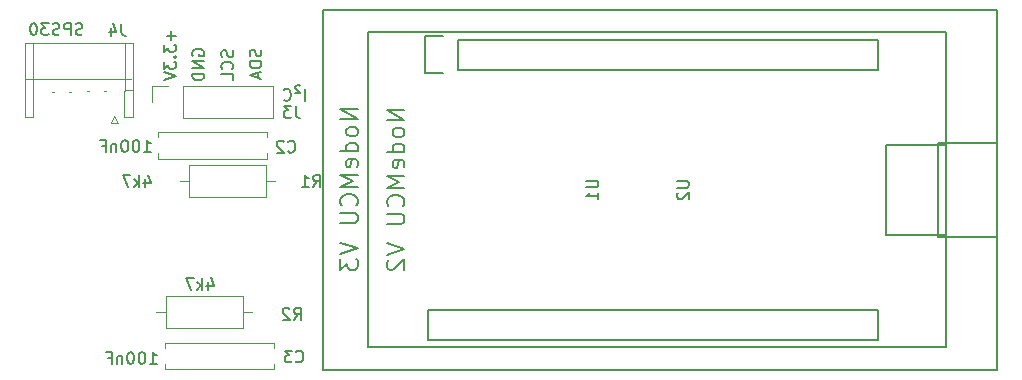
<source format=gbr>
G04 #@! TF.GenerationSoftware,KiCad,Pcbnew,(5.1.5)-3*
G04 #@! TF.CreationDate,2020-12-19T15:02:51+01:00*
G04 #@! TF.ProjectId,DNMS,444e4d53-2e6b-4696-9361-645f70636258,0.9.0*
G04 #@! TF.SameCoordinates,Original*
G04 #@! TF.FileFunction,Legend,Bot*
G04 #@! TF.FilePolarity,Positive*
%FSLAX46Y46*%
G04 Gerber Fmt 4.6, Leading zero omitted, Abs format (unit mm)*
G04 Created by KiCad (PCBNEW (5.1.5)-3) date 2020-12-19 15:02:51*
%MOMM*%
%LPD*%
G04 APERTURE LIST*
%ADD10C,0.150000*%
%ADD11C,0.200000*%
%ADD12C,0.120000*%
G04 APERTURE END LIST*
D10*
X137413572Y-66195200D02*
X137413572Y-65195200D01*
X136985000Y-64957105D02*
X136889762Y-64909486D01*
X136746905Y-64909486D01*
X136651667Y-64957105D01*
X136604048Y-65052343D01*
X136604048Y-65147581D01*
X136651667Y-65242820D01*
X136985000Y-65576153D01*
X136604048Y-65576153D01*
X135604048Y-66099962D02*
X135651667Y-66147581D01*
X135794524Y-66195200D01*
X135889762Y-66195200D01*
X136032620Y-66147581D01*
X136127858Y-66052343D01*
X136175477Y-65957105D01*
X136223096Y-65766629D01*
X136223096Y-65623772D01*
X136175477Y-65433296D01*
X136127858Y-65338058D01*
X136032620Y-65242820D01*
X135889762Y-65195200D01*
X135794524Y-65195200D01*
X135651667Y-65242820D01*
X135604048Y-65290439D01*
X133668401Y-61869154D02*
X133716020Y-62012011D01*
X133716020Y-62250106D01*
X133668401Y-62345344D01*
X133620782Y-62392963D01*
X133525544Y-62440582D01*
X133430306Y-62440582D01*
X133335068Y-62392963D01*
X133287449Y-62345344D01*
X133239830Y-62250106D01*
X133192211Y-62059630D01*
X133144592Y-61964392D01*
X133096973Y-61916773D01*
X133001735Y-61869154D01*
X132906497Y-61869154D01*
X132811259Y-61916773D01*
X132763640Y-61964392D01*
X132716020Y-62059630D01*
X132716020Y-62297725D01*
X132763640Y-62440582D01*
X133716020Y-62869154D02*
X132716020Y-62869154D01*
X132716020Y-63107249D01*
X132763640Y-63250106D01*
X132858878Y-63345344D01*
X132954116Y-63392963D01*
X133144592Y-63440582D01*
X133287449Y-63440582D01*
X133477925Y-63392963D01*
X133573163Y-63345344D01*
X133668401Y-63250106D01*
X133716020Y-63107249D01*
X133716020Y-62869154D01*
X133430306Y-63821535D02*
X133430306Y-64297725D01*
X133716020Y-63726297D02*
X132716020Y-64059630D01*
X133716020Y-64392963D01*
X131273181Y-61933603D02*
X131320800Y-62076460D01*
X131320800Y-62314556D01*
X131273181Y-62409794D01*
X131225562Y-62457413D01*
X131130324Y-62505032D01*
X131035086Y-62505032D01*
X130939848Y-62457413D01*
X130892229Y-62409794D01*
X130844610Y-62314556D01*
X130796991Y-62124080D01*
X130749372Y-62028841D01*
X130701753Y-61981222D01*
X130606515Y-61933603D01*
X130511277Y-61933603D01*
X130416039Y-61981222D01*
X130368420Y-62028841D01*
X130320800Y-62124080D01*
X130320800Y-62362175D01*
X130368420Y-62505032D01*
X131225562Y-63505032D02*
X131273181Y-63457413D01*
X131320800Y-63314556D01*
X131320800Y-63219318D01*
X131273181Y-63076460D01*
X131177943Y-62981222D01*
X131082705Y-62933603D01*
X130892229Y-62885984D01*
X130749372Y-62885984D01*
X130558896Y-62933603D01*
X130463658Y-62981222D01*
X130368420Y-63076460D01*
X130320800Y-63219318D01*
X130320800Y-63314556D01*
X130368420Y-63457413D01*
X130416039Y-63505032D01*
X131320800Y-64409794D02*
X131320800Y-63933603D01*
X130320800Y-63933603D01*
X127912240Y-62382495D02*
X127864620Y-62287257D01*
X127864620Y-62144400D01*
X127912240Y-62001542D01*
X128007478Y-61906304D01*
X128102716Y-61858685D01*
X128293192Y-61811066D01*
X128436049Y-61811066D01*
X128626525Y-61858685D01*
X128721763Y-61906304D01*
X128817001Y-62001542D01*
X128864620Y-62144400D01*
X128864620Y-62239638D01*
X128817001Y-62382495D01*
X128769382Y-62430114D01*
X128436049Y-62430114D01*
X128436049Y-62239638D01*
X128864620Y-62858685D02*
X127864620Y-62858685D01*
X128864620Y-63430114D01*
X127864620Y-63430114D01*
X128864620Y-63906304D02*
X127864620Y-63906304D01*
X127864620Y-64144400D01*
X127912240Y-64287257D01*
X128007478Y-64382495D01*
X128102716Y-64430114D01*
X128293192Y-64477733D01*
X128436049Y-64477733D01*
X128626525Y-64430114D01*
X128721763Y-64382495D01*
X128817001Y-64287257D01*
X128864620Y-64144400D01*
X128864620Y-63906304D01*
X126068128Y-60311280D02*
X126068128Y-61073184D01*
X126449080Y-60692232D02*
X125687176Y-60692232D01*
X125449080Y-61454137D02*
X125449080Y-62073184D01*
X125830033Y-61739851D01*
X125830033Y-61882708D01*
X125877652Y-61977946D01*
X125925271Y-62025565D01*
X126020509Y-62073184D01*
X126258604Y-62073184D01*
X126353842Y-62025565D01*
X126401461Y-61977946D01*
X126449080Y-61882708D01*
X126449080Y-61596994D01*
X126401461Y-61501756D01*
X126353842Y-61454137D01*
X126353842Y-62501756D02*
X126401461Y-62549375D01*
X126449080Y-62501756D01*
X126401461Y-62454137D01*
X126353842Y-62501756D01*
X126449080Y-62501756D01*
X125449080Y-62882708D02*
X125449080Y-63501756D01*
X125830033Y-63168422D01*
X125830033Y-63311280D01*
X125877652Y-63406518D01*
X125925271Y-63454137D01*
X126020509Y-63501756D01*
X126258604Y-63501756D01*
X126353842Y-63454137D01*
X126401461Y-63406518D01*
X126449080Y-63311280D01*
X126449080Y-63025565D01*
X126401461Y-62930327D01*
X126353842Y-62882708D01*
X125449080Y-63787470D02*
X126449080Y-64120803D01*
X125449080Y-64454137D01*
D11*
X118561525Y-60577361D02*
X118418668Y-60624980D01*
X118180573Y-60624980D01*
X118085335Y-60577361D01*
X118037716Y-60529742D01*
X117990097Y-60434504D01*
X117990097Y-60339266D01*
X118037716Y-60244028D01*
X118085335Y-60196409D01*
X118180573Y-60148790D01*
X118371049Y-60101171D01*
X118466287Y-60053552D01*
X118513906Y-60005933D01*
X118561525Y-59910695D01*
X118561525Y-59815457D01*
X118513906Y-59720219D01*
X118466287Y-59672600D01*
X118371049Y-59624980D01*
X118132954Y-59624980D01*
X117990097Y-59672600D01*
X117561525Y-60624980D02*
X117561525Y-59624980D01*
X117180573Y-59624980D01*
X117085335Y-59672600D01*
X117037716Y-59720219D01*
X116990097Y-59815457D01*
X116990097Y-59958314D01*
X117037716Y-60053552D01*
X117085335Y-60101171D01*
X117180573Y-60148790D01*
X117561525Y-60148790D01*
X116609144Y-60577361D02*
X116466287Y-60624980D01*
X116228192Y-60624980D01*
X116132954Y-60577361D01*
X116085335Y-60529742D01*
X116037716Y-60434504D01*
X116037716Y-60339266D01*
X116085335Y-60244028D01*
X116132954Y-60196409D01*
X116228192Y-60148790D01*
X116418668Y-60101171D01*
X116513906Y-60053552D01*
X116561525Y-60005933D01*
X116609144Y-59910695D01*
X116609144Y-59815457D01*
X116561525Y-59720219D01*
X116513906Y-59672600D01*
X116418668Y-59624980D01*
X116180573Y-59624980D01*
X116037716Y-59672600D01*
X115704382Y-59624980D02*
X115085335Y-59624980D01*
X115418668Y-60005933D01*
X115275811Y-60005933D01*
X115180573Y-60053552D01*
X115132954Y-60101171D01*
X115085335Y-60196409D01*
X115085335Y-60434504D01*
X115132954Y-60529742D01*
X115180573Y-60577361D01*
X115275811Y-60624980D01*
X115561525Y-60624980D01*
X115656763Y-60577361D01*
X115704382Y-60529742D01*
X114466287Y-59624980D02*
X114371049Y-59624980D01*
X114275811Y-59672600D01*
X114228192Y-59720219D01*
X114180573Y-59815457D01*
X114132954Y-60005933D01*
X114132954Y-60244028D01*
X114180573Y-60434504D01*
X114228192Y-60529742D01*
X114275811Y-60577361D01*
X114371049Y-60624980D01*
X114466287Y-60624980D01*
X114561525Y-60577361D01*
X114609144Y-60529742D01*
X114656763Y-60434504D01*
X114704382Y-60244028D01*
X114704382Y-60005933D01*
X114656763Y-59815457D01*
X114609144Y-59720219D01*
X114561525Y-59672600D01*
X114466287Y-59624980D01*
D10*
X191033720Y-69743980D02*
X195973720Y-69753980D01*
X190993720Y-77753980D02*
X195943720Y-77753980D01*
X190993720Y-69753980D02*
X190993720Y-77753980D01*
X195963720Y-89003980D02*
X138963720Y-89003980D01*
X195963720Y-58503980D02*
X195963720Y-89003980D01*
X138963720Y-58503980D02*
X195963720Y-58503980D01*
X138963720Y-59003980D02*
X138963720Y-58503980D01*
X138963720Y-89003980D02*
X138963720Y-59003980D01*
X185938160Y-86433660D02*
X147838160Y-86433660D01*
X147838160Y-86433660D02*
X147838160Y-83893660D01*
X147838160Y-83893660D02*
X185938160Y-83893660D01*
X185938160Y-83893660D02*
X185938160Y-86433660D01*
X147558160Y-60753660D02*
X147558160Y-63853660D01*
X149108160Y-60753660D02*
X147558160Y-60753660D01*
X150378160Y-63573660D02*
X150378160Y-61033660D01*
X147558160Y-63853660D02*
X149108160Y-63853660D01*
X185938160Y-63573660D02*
X150378160Y-63573660D01*
X185938160Y-61033660D02*
X185938160Y-63573660D01*
X150378160Y-61033660D02*
X185938160Y-61033660D01*
X142758160Y-60398660D02*
X142758160Y-87068660D01*
X142758160Y-87068660D02*
X191653160Y-87068660D01*
X191653160Y-87068660D02*
X191653160Y-60398660D01*
X191653160Y-60398660D02*
X142758160Y-60398660D01*
X191653160Y-69923660D02*
X186573160Y-69923660D01*
X186573160Y-69923660D02*
X186573160Y-77543660D01*
X186573160Y-77543660D02*
X191653160Y-77543660D01*
D12*
X125528020Y-88943800D02*
X134768020Y-88943800D01*
X125528020Y-86703800D02*
X134768020Y-86703800D01*
X125528020Y-88943800D02*
X125528020Y-88488800D01*
X125528020Y-87158800D02*
X125528020Y-86703800D01*
X134768020Y-88943800D02*
X134768020Y-88488800D01*
X134768020Y-87158800D02*
X134768020Y-86703800D01*
X124935440Y-71096380D02*
X134175440Y-71096380D01*
X124935440Y-68856380D02*
X134175440Y-68856380D01*
X124935440Y-71096380D02*
X124935440Y-70641380D01*
X124935440Y-69311380D02*
X124935440Y-68856380D01*
X134175440Y-71096380D02*
X134175440Y-70641380D01*
X134175440Y-69311380D02*
X134175440Y-68856380D01*
X120976880Y-68090480D02*
X121276880Y-67490480D01*
X121576880Y-68090480D02*
X120976880Y-68090480D01*
X121276880Y-67490480D02*
X121576880Y-68090480D01*
X116126880Y-65450480D02*
X115966880Y-65450480D01*
X113776880Y-64400480D02*
X114096880Y-64400480D01*
X117616880Y-65430480D02*
X117456880Y-65430480D01*
X115956880Y-64400480D02*
X116276880Y-64400480D01*
X116276880Y-64400480D02*
X116596880Y-64400480D01*
X119096880Y-65410480D02*
X118936880Y-65410480D01*
X118456880Y-64400480D02*
X118776880Y-64400480D01*
X118776880Y-64400480D02*
X119096880Y-64400480D01*
X120576880Y-65410480D02*
X120396880Y-65410480D01*
X120956880Y-64400480D02*
X121276880Y-64400480D01*
X121276880Y-64400480D02*
X121596880Y-64400480D01*
X122666880Y-64400480D02*
X113716880Y-64400480D01*
X114366880Y-61300480D02*
X114376880Y-65370480D01*
X122166880Y-65320480D02*
X122806880Y-65320480D01*
X122136880Y-61320480D02*
X122136880Y-65390480D01*
X114376880Y-67530480D02*
X114376880Y-65330480D01*
X113726880Y-67570480D02*
X114376880Y-67570480D01*
X113716880Y-61300480D02*
X113706880Y-67570480D01*
X122836880Y-61300480D02*
X113716880Y-61300480D01*
X122826880Y-67590480D02*
X122826880Y-61300480D01*
X122116880Y-67600480D02*
X122826880Y-67600480D01*
X122116880Y-65350480D02*
X122116880Y-67550480D01*
X132910200Y-84107780D02*
X132140200Y-84107780D01*
X124830200Y-84107780D02*
X125600200Y-84107780D01*
X132140200Y-85477780D02*
X125600200Y-85477780D01*
X132140200Y-82737780D02*
X132140200Y-85477780D01*
X125600200Y-82737780D02*
X132140200Y-82737780D01*
X125600200Y-85477780D02*
X125600200Y-82737780D01*
X134910200Y-72977260D02*
X134140200Y-72977260D01*
X126830200Y-72977260D02*
X127600200Y-72977260D01*
X134140200Y-74347260D02*
X127600200Y-74347260D01*
X134140200Y-71607260D02*
X134140200Y-74347260D01*
X127600200Y-71607260D02*
X134140200Y-71607260D01*
X127600200Y-74347260D02*
X127600200Y-71607260D01*
X124460200Y-64990560D02*
X124460200Y-66320560D01*
X125790200Y-64990560D02*
X124460200Y-64990560D01*
X127060200Y-64990560D02*
X127060200Y-67650560D01*
X127060200Y-67650560D02*
X134740200Y-67650560D01*
X127060200Y-64990560D02*
X134740200Y-64990560D01*
X134740200Y-64990560D02*
X134740200Y-67650560D01*
D10*
X168916100Y-72992075D02*
X169725624Y-72992075D01*
X169820862Y-73039694D01*
X169868481Y-73087313D01*
X169916100Y-73182551D01*
X169916100Y-73373027D01*
X169868481Y-73468265D01*
X169820862Y-73515884D01*
X169725624Y-73563503D01*
X168916100Y-73563503D01*
X169011339Y-73992075D02*
X168963720Y-74039694D01*
X168916100Y-74134932D01*
X168916100Y-74373027D01*
X168963720Y-74468265D01*
X169011339Y-74515884D01*
X169106577Y-74563503D01*
X169201815Y-74563503D01*
X169344672Y-74515884D01*
X169916100Y-73944456D01*
X169916100Y-74563503D01*
X141892291Y-66923980D02*
X140392291Y-66923980D01*
X141892291Y-67781122D01*
X140392291Y-67781122D01*
X141892291Y-68709694D02*
X141820862Y-68566837D01*
X141749434Y-68495408D01*
X141606577Y-68423980D01*
X141178005Y-68423980D01*
X141035148Y-68495408D01*
X140963720Y-68566837D01*
X140892291Y-68709694D01*
X140892291Y-68923980D01*
X140963720Y-69066837D01*
X141035148Y-69138265D01*
X141178005Y-69209694D01*
X141606577Y-69209694D01*
X141749434Y-69138265D01*
X141820862Y-69066837D01*
X141892291Y-68923980D01*
X141892291Y-68709694D01*
X141892291Y-70495408D02*
X140392291Y-70495408D01*
X141820862Y-70495408D02*
X141892291Y-70352551D01*
X141892291Y-70066837D01*
X141820862Y-69923980D01*
X141749434Y-69852551D01*
X141606577Y-69781122D01*
X141178005Y-69781122D01*
X141035148Y-69852551D01*
X140963720Y-69923980D01*
X140892291Y-70066837D01*
X140892291Y-70352551D01*
X140963720Y-70495408D01*
X141820862Y-71781122D02*
X141892291Y-71638265D01*
X141892291Y-71352551D01*
X141820862Y-71209694D01*
X141678005Y-71138265D01*
X141106577Y-71138265D01*
X140963720Y-71209694D01*
X140892291Y-71352551D01*
X140892291Y-71638265D01*
X140963720Y-71781122D01*
X141106577Y-71852551D01*
X141249434Y-71852551D01*
X141392291Y-71138265D01*
X141892291Y-72495408D02*
X140392291Y-72495408D01*
X141463720Y-72995408D01*
X140392291Y-73495408D01*
X141892291Y-73495408D01*
X141749434Y-75066837D02*
X141820862Y-74995408D01*
X141892291Y-74781122D01*
X141892291Y-74638265D01*
X141820862Y-74423980D01*
X141678005Y-74281122D01*
X141535148Y-74209694D01*
X141249434Y-74138265D01*
X141035148Y-74138265D01*
X140749434Y-74209694D01*
X140606577Y-74281122D01*
X140463720Y-74423980D01*
X140392291Y-74638265D01*
X140392291Y-74781122D01*
X140463720Y-74995408D01*
X140535148Y-75066837D01*
X140392291Y-75709694D02*
X141606577Y-75709694D01*
X141749434Y-75781122D01*
X141820862Y-75852551D01*
X141892291Y-75995408D01*
X141892291Y-76281122D01*
X141820862Y-76423980D01*
X141749434Y-76495408D01*
X141606577Y-76566837D01*
X140392291Y-76566837D01*
X140392291Y-78209694D02*
X141892291Y-78709694D01*
X140392291Y-79209694D01*
X140392291Y-79566837D02*
X140392291Y-80495408D01*
X140963720Y-79995408D01*
X140963720Y-80209694D01*
X141035148Y-80352551D01*
X141106577Y-80423980D01*
X141249434Y-80495408D01*
X141606577Y-80495408D01*
X141749434Y-80423980D01*
X141820862Y-80352551D01*
X141892291Y-80209694D01*
X141892291Y-79781122D01*
X141820862Y-79638265D01*
X141749434Y-79566837D01*
X161240540Y-72971755D02*
X162050064Y-72971755D01*
X162145302Y-73019374D01*
X162192921Y-73066993D01*
X162240540Y-73162231D01*
X162240540Y-73352707D01*
X162192921Y-73447945D01*
X162145302Y-73495564D01*
X162050064Y-73543183D01*
X161240540Y-73543183D01*
X162240540Y-74543183D02*
X162240540Y-73971755D01*
X162240540Y-74257469D02*
X161240540Y-74257469D01*
X161383398Y-74162231D01*
X161478636Y-74066993D01*
X161526255Y-73971755D01*
X145826731Y-66983660D02*
X144326731Y-66983660D01*
X145826731Y-67840802D01*
X144326731Y-67840802D01*
X145826731Y-68769374D02*
X145755302Y-68626517D01*
X145683874Y-68555088D01*
X145541017Y-68483660D01*
X145112445Y-68483660D01*
X144969588Y-68555088D01*
X144898160Y-68626517D01*
X144826731Y-68769374D01*
X144826731Y-68983660D01*
X144898160Y-69126517D01*
X144969588Y-69197945D01*
X145112445Y-69269374D01*
X145541017Y-69269374D01*
X145683874Y-69197945D01*
X145755302Y-69126517D01*
X145826731Y-68983660D01*
X145826731Y-68769374D01*
X145826731Y-70555088D02*
X144326731Y-70555088D01*
X145755302Y-70555088D02*
X145826731Y-70412231D01*
X145826731Y-70126517D01*
X145755302Y-69983660D01*
X145683874Y-69912231D01*
X145541017Y-69840802D01*
X145112445Y-69840802D01*
X144969588Y-69912231D01*
X144898160Y-69983660D01*
X144826731Y-70126517D01*
X144826731Y-70412231D01*
X144898160Y-70555088D01*
X145755302Y-71840802D02*
X145826731Y-71697945D01*
X145826731Y-71412231D01*
X145755302Y-71269374D01*
X145612445Y-71197945D01*
X145041017Y-71197945D01*
X144898160Y-71269374D01*
X144826731Y-71412231D01*
X144826731Y-71697945D01*
X144898160Y-71840802D01*
X145041017Y-71912231D01*
X145183874Y-71912231D01*
X145326731Y-71197945D01*
X145826731Y-72555088D02*
X144326731Y-72555088D01*
X145398160Y-73055088D01*
X144326731Y-73555088D01*
X145826731Y-73555088D01*
X145683874Y-75126517D02*
X145755302Y-75055088D01*
X145826731Y-74840802D01*
X145826731Y-74697945D01*
X145755302Y-74483660D01*
X145612445Y-74340802D01*
X145469588Y-74269374D01*
X145183874Y-74197945D01*
X144969588Y-74197945D01*
X144683874Y-74269374D01*
X144541017Y-74340802D01*
X144398160Y-74483660D01*
X144326731Y-74697945D01*
X144326731Y-74840802D01*
X144398160Y-75055088D01*
X144469588Y-75126517D01*
X144326731Y-75769374D02*
X145541017Y-75769374D01*
X145683874Y-75840802D01*
X145755302Y-75912231D01*
X145826731Y-76055088D01*
X145826731Y-76340802D01*
X145755302Y-76483660D01*
X145683874Y-76555088D01*
X145541017Y-76626517D01*
X144326731Y-76626517D01*
X144326731Y-78269374D02*
X145826731Y-78769374D01*
X144326731Y-79269374D01*
X144469588Y-79697945D02*
X144398160Y-79769374D01*
X144326731Y-79912231D01*
X144326731Y-80269374D01*
X144398160Y-80412231D01*
X144469588Y-80483660D01*
X144612445Y-80555088D01*
X144755302Y-80555088D01*
X144969588Y-80483660D01*
X145826731Y-79626517D01*
X145826731Y-80555088D01*
X136638326Y-88256382D02*
X136685945Y-88304001D01*
X136828802Y-88351620D01*
X136924040Y-88351620D01*
X137066898Y-88304001D01*
X137162136Y-88208763D01*
X137209755Y-88113525D01*
X137257374Y-87923049D01*
X137257374Y-87780192D01*
X137209755Y-87589716D01*
X137162136Y-87494478D01*
X137066898Y-87399240D01*
X136924040Y-87351620D01*
X136828802Y-87351620D01*
X136685945Y-87399240D01*
X136638326Y-87446859D01*
X136304993Y-87351620D02*
X135685945Y-87351620D01*
X136019279Y-87732573D01*
X135876421Y-87732573D01*
X135781183Y-87780192D01*
X135733564Y-87827811D01*
X135685945Y-87923049D01*
X135685945Y-88161144D01*
X135733564Y-88256382D01*
X135781183Y-88304001D01*
X135876421Y-88351620D01*
X136162136Y-88351620D01*
X136257374Y-88304001D01*
X136304993Y-88256382D01*
X124267719Y-88474300D02*
X124839147Y-88474300D01*
X124553433Y-88474300D02*
X124553433Y-87474300D01*
X124648671Y-87617158D01*
X124743909Y-87712396D01*
X124839147Y-87760015D01*
X123648671Y-87474300D02*
X123553433Y-87474300D01*
X123458195Y-87521920D01*
X123410576Y-87569539D01*
X123362957Y-87664777D01*
X123315338Y-87855253D01*
X123315338Y-88093348D01*
X123362957Y-88283824D01*
X123410576Y-88379062D01*
X123458195Y-88426681D01*
X123553433Y-88474300D01*
X123648671Y-88474300D01*
X123743909Y-88426681D01*
X123791528Y-88379062D01*
X123839147Y-88283824D01*
X123886766Y-88093348D01*
X123886766Y-87855253D01*
X123839147Y-87664777D01*
X123791528Y-87569539D01*
X123743909Y-87521920D01*
X123648671Y-87474300D01*
X122696290Y-87474300D02*
X122601052Y-87474300D01*
X122505814Y-87521920D01*
X122458195Y-87569539D01*
X122410576Y-87664777D01*
X122362957Y-87855253D01*
X122362957Y-88093348D01*
X122410576Y-88283824D01*
X122458195Y-88379062D01*
X122505814Y-88426681D01*
X122601052Y-88474300D01*
X122696290Y-88474300D01*
X122791528Y-88426681D01*
X122839147Y-88379062D01*
X122886766Y-88283824D01*
X122934385Y-88093348D01*
X122934385Y-87855253D01*
X122886766Y-87664777D01*
X122839147Y-87569539D01*
X122791528Y-87521920D01*
X122696290Y-87474300D01*
X121934385Y-87807634D02*
X121934385Y-88474300D01*
X121934385Y-87902872D02*
X121886766Y-87855253D01*
X121791528Y-87807634D01*
X121648671Y-87807634D01*
X121553433Y-87855253D01*
X121505814Y-87950491D01*
X121505814Y-88474300D01*
X120696290Y-87950491D02*
X121029623Y-87950491D01*
X121029623Y-88474300D02*
X121029623Y-87474300D01*
X120553433Y-87474300D01*
X135977926Y-70496702D02*
X136025545Y-70544321D01*
X136168402Y-70591940D01*
X136263640Y-70591940D01*
X136406498Y-70544321D01*
X136501736Y-70449083D01*
X136549355Y-70353845D01*
X136596974Y-70163369D01*
X136596974Y-70020512D01*
X136549355Y-69830036D01*
X136501736Y-69734798D01*
X136406498Y-69639560D01*
X136263640Y-69591940D01*
X136168402Y-69591940D01*
X136025545Y-69639560D01*
X135977926Y-69687179D01*
X135596974Y-69687179D02*
X135549355Y-69639560D01*
X135454117Y-69591940D01*
X135216021Y-69591940D01*
X135120783Y-69639560D01*
X135073164Y-69687179D01*
X135025545Y-69782417D01*
X135025545Y-69877655D01*
X135073164Y-70020512D01*
X135644593Y-70591940D01*
X135025545Y-70591940D01*
X123767339Y-70525900D02*
X124338767Y-70525900D01*
X124053053Y-70525900D02*
X124053053Y-69525900D01*
X124148291Y-69668758D01*
X124243529Y-69763996D01*
X124338767Y-69811615D01*
X123148291Y-69525900D02*
X123053053Y-69525900D01*
X122957815Y-69573520D01*
X122910196Y-69621139D01*
X122862577Y-69716377D01*
X122814958Y-69906853D01*
X122814958Y-70144948D01*
X122862577Y-70335424D01*
X122910196Y-70430662D01*
X122957815Y-70478281D01*
X123053053Y-70525900D01*
X123148291Y-70525900D01*
X123243529Y-70478281D01*
X123291148Y-70430662D01*
X123338767Y-70335424D01*
X123386386Y-70144948D01*
X123386386Y-69906853D01*
X123338767Y-69716377D01*
X123291148Y-69621139D01*
X123243529Y-69573520D01*
X123148291Y-69525900D01*
X122195910Y-69525900D02*
X122100672Y-69525900D01*
X122005434Y-69573520D01*
X121957815Y-69621139D01*
X121910196Y-69716377D01*
X121862577Y-69906853D01*
X121862577Y-70144948D01*
X121910196Y-70335424D01*
X121957815Y-70430662D01*
X122005434Y-70478281D01*
X122100672Y-70525900D01*
X122195910Y-70525900D01*
X122291148Y-70478281D01*
X122338767Y-70430662D01*
X122386386Y-70335424D01*
X122434005Y-70144948D01*
X122434005Y-69906853D01*
X122386386Y-69716377D01*
X122338767Y-69621139D01*
X122291148Y-69573520D01*
X122195910Y-69525900D01*
X121434005Y-69859234D02*
X121434005Y-70525900D01*
X121434005Y-69954472D02*
X121386386Y-69906853D01*
X121291148Y-69859234D01*
X121148291Y-69859234D01*
X121053053Y-69906853D01*
X121005434Y-70002091D01*
X121005434Y-70525900D01*
X120195910Y-70002091D02*
X120529243Y-70002091D01*
X120529243Y-70525900D02*
X120529243Y-69525900D01*
X120053053Y-69525900D01*
X121859633Y-59691020D02*
X121859633Y-60405306D01*
X121907252Y-60548163D01*
X122002490Y-60643401D01*
X122145347Y-60691020D01*
X122240585Y-60691020D01*
X120954871Y-60024354D02*
X120954871Y-60691020D01*
X121192966Y-59643401D02*
X121431061Y-60357687D01*
X120812014Y-60357687D01*
X136473226Y-84739740D02*
X136806560Y-84263550D01*
X137044655Y-84739740D02*
X137044655Y-83739740D01*
X136663702Y-83739740D01*
X136568464Y-83787360D01*
X136520845Y-83834979D01*
X136473226Y-83930217D01*
X136473226Y-84073074D01*
X136520845Y-84168312D01*
X136568464Y-84215931D01*
X136663702Y-84263550D01*
X137044655Y-84263550D01*
X136092274Y-83834979D02*
X136044655Y-83787360D01*
X135949417Y-83739740D01*
X135711321Y-83739740D01*
X135616083Y-83787360D01*
X135568464Y-83834979D01*
X135520845Y-83930217D01*
X135520845Y-84025455D01*
X135568464Y-84168312D01*
X136139893Y-84739740D01*
X135520845Y-84739740D01*
X129211936Y-81548314D02*
X129211936Y-82214980D01*
X129450031Y-81167361D02*
X129688126Y-81881647D01*
X129069079Y-81881647D01*
X128688126Y-82214980D02*
X128688126Y-81214980D01*
X128592888Y-81834028D02*
X128307174Y-82214980D01*
X128307174Y-81548314D02*
X128688126Y-81929266D01*
X127973840Y-81214980D02*
X127307174Y-81214980D01*
X127735745Y-82214980D01*
X138088666Y-73495160D02*
X138422000Y-73018970D01*
X138660095Y-73495160D02*
X138660095Y-72495160D01*
X138279142Y-72495160D01*
X138183904Y-72542780D01*
X138136285Y-72590399D01*
X138088666Y-72685637D01*
X138088666Y-72828494D01*
X138136285Y-72923732D01*
X138183904Y-72971351D01*
X138279142Y-73018970D01*
X138660095Y-73018970D01*
X137136285Y-73495160D02*
X137707714Y-73495160D01*
X137422000Y-73495160D02*
X137422000Y-72495160D01*
X137517238Y-72638018D01*
X137612476Y-72733256D01*
X137707714Y-72780875D01*
X123867776Y-72861514D02*
X123867776Y-73528180D01*
X124105871Y-72480561D02*
X124343966Y-73194847D01*
X123724919Y-73194847D01*
X123343966Y-73528180D02*
X123343966Y-72528180D01*
X123248728Y-73147228D02*
X122963014Y-73528180D01*
X122963014Y-72861514D02*
X123343966Y-73242466D01*
X122629680Y-72528180D02*
X121963014Y-72528180D01*
X122391585Y-73528180D01*
X136622113Y-66635380D02*
X136622113Y-67349666D01*
X136669732Y-67492523D01*
X136764970Y-67587761D01*
X136907827Y-67635380D01*
X137003065Y-67635380D01*
X136241160Y-66635380D02*
X135622113Y-66635380D01*
X135955446Y-67016333D01*
X135812589Y-67016333D01*
X135717351Y-67063952D01*
X135669732Y-67111571D01*
X135622113Y-67206809D01*
X135622113Y-67444904D01*
X135669732Y-67540142D01*
X135717351Y-67587761D01*
X135812589Y-67635380D01*
X136098303Y-67635380D01*
X136193541Y-67587761D01*
X136241160Y-67540142D01*
M02*

</source>
